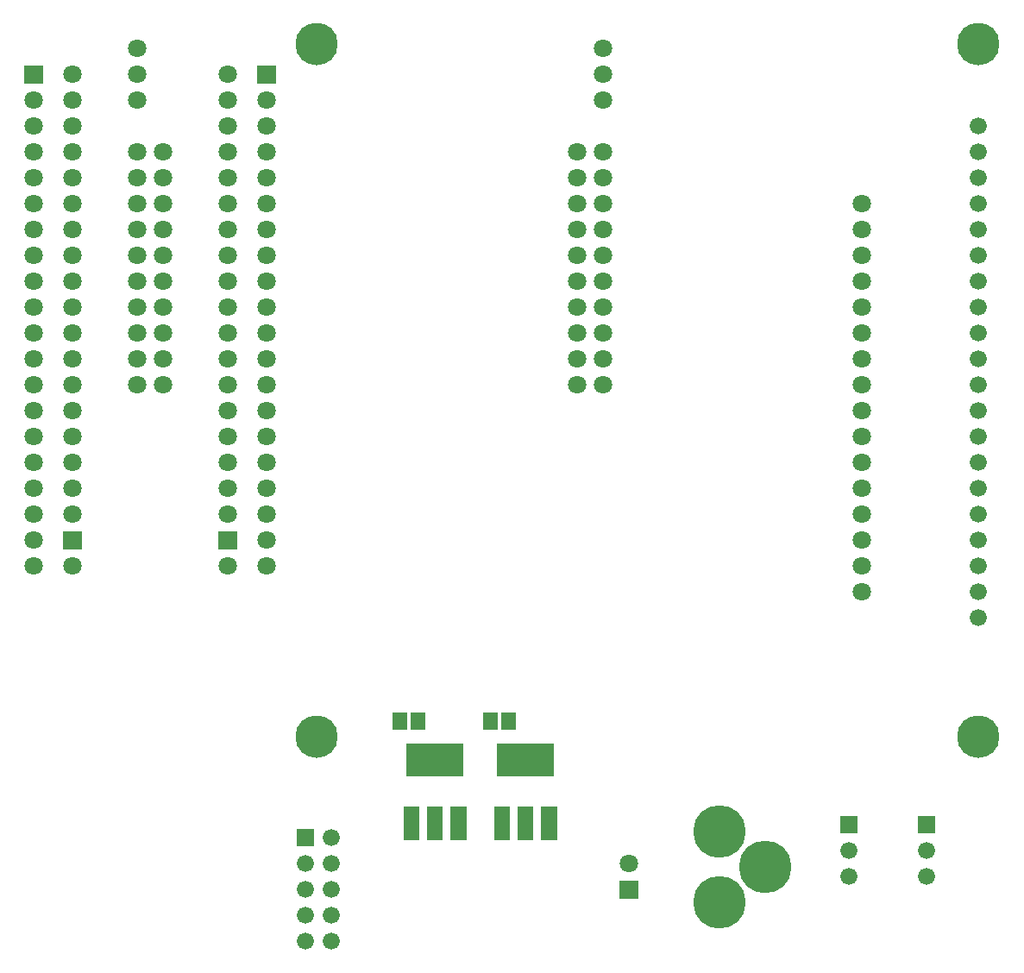
<source format=gbr>
G04 start of page 5 for group 2 layer_idx 0 *
G04 Title: (unknown), top mask *
G04 Creator: pcb-rnd 1.2.1 *
G04 CreationDate: Wed Mar 15 21:37:42 2017 UTC *
G04 For:  *
G04 Format: Gerber/RS-274X *
G04 PCB-Dimensions: 390000 390000 *
G04 PCB-Coordinate-Origin: lower left *
%MOIN*%
%FSLAX25Y25*%
%LNTOPMASK*%
%ADD68R,0.1280X0.1280*%
%ADD67R,0.0572X0.0572*%
%ADD66R,0.0620X0.0620*%
%ADD65C,0.2029*%
%ADD64C,0.1639*%
%ADD63C,0.0660*%
%ADD62C,0.0001*%
%ADD61C,0.0710*%
G54D61*X100000Y270000D03*
Y260000D03*
X85000D03*
X100000Y250000D03*
Y240000D03*
Y230000D03*
X85000Y220000D03*
Y230000D03*
Y240000D03*
Y250000D03*
X10000Y220000D03*
Y210000D03*
Y200000D03*
Y190000D03*
Y180000D03*
X25000D03*
Y190000D03*
X10000Y170000D03*
Y160000D03*
X25000D03*
G54D62*G36*
X21450Y173550D02*Y166450D01*
X28550D01*
Y173550D01*
X21450D01*
G37*
G54D61*X25000Y200000D03*
Y210000D03*
Y220000D03*
Y230000D03*
X50000D03*
X60000D03*
X100000Y220000D03*
Y210000D03*
Y200000D03*
Y190000D03*
Y180000D03*
X85000Y160000D03*
G54D62*G36*
X81450Y173550D02*Y166450D01*
X88550D01*
Y173550D01*
X81450D01*
G37*
G54D61*X85000Y180000D03*
Y190000D03*
Y200000D03*
Y210000D03*
X230000Y360000D03*
Y350000D03*
Y340000D03*
Y320000D03*
G54D63*X375000D03*
Y330000D03*
G54D64*X375138Y361752D03*
G54D63*X375000Y170000D03*
Y180000D03*
Y190000D03*
Y200000D03*
Y210000D03*
Y220000D03*
Y270000D03*
Y280000D03*
Y290000D03*
Y300000D03*
Y310000D03*
Y230000D03*
Y240000D03*
Y250000D03*
Y260000D03*
G54D61*X100000Y320000D03*
Y310000D03*
Y300000D03*
Y290000D03*
G54D62*G36*
X96450Y353550D02*Y346450D01*
X103550D01*
Y353550D01*
X96450D01*
G37*
G54D61*X100000Y340000D03*
Y330000D03*
Y280000D03*
X85000Y270000D03*
Y280000D03*
Y290000D03*
Y300000D03*
Y310000D03*
Y320000D03*
Y330000D03*
Y340000D03*
Y350000D03*
X50000Y360000D03*
Y350000D03*
Y340000D03*
G54D64*X119232Y361752D03*
G54D61*X50000Y310000D03*
Y300000D03*
Y290000D03*
Y280000D03*
Y270000D03*
Y260000D03*
Y250000D03*
Y240000D03*
Y320000D03*
X60000D03*
Y310000D03*
Y300000D03*
Y290000D03*
Y280000D03*
Y270000D03*
Y260000D03*
Y250000D03*
Y240000D03*
G54D62*G36*
X6450Y353550D02*Y346450D01*
X13550D01*
Y353550D01*
X6450D01*
G37*
G54D61*X10000Y340000D03*
Y330000D03*
Y320000D03*
Y310000D03*
Y300000D03*
Y290000D03*
Y280000D03*
Y270000D03*
Y260000D03*
Y250000D03*
Y240000D03*
Y230000D03*
X25000Y240000D03*
Y250000D03*
Y260000D03*
Y270000D03*
Y280000D03*
Y290000D03*
Y300000D03*
Y310000D03*
Y320000D03*
Y330000D03*
Y340000D03*
Y350000D03*
X330000Y280000D03*
Y270000D03*
Y260000D03*
Y250000D03*
Y290000D03*
Y300000D03*
X220000Y320000D03*
Y310000D03*
Y300000D03*
Y290000D03*
Y280000D03*
Y270000D03*
Y260000D03*
Y250000D03*
Y240000D03*
Y230000D03*
X230000Y310000D03*
Y300000D03*
Y290000D03*
Y280000D03*
Y270000D03*
Y260000D03*
Y250000D03*
Y240000D03*
Y230000D03*
X100000Y170000D03*
Y160000D03*
G54D62*G36*
X111700Y58300D02*Y51700D01*
X118300D01*
Y58300D01*
X111700D01*
G37*
G54D63*X115000Y45000D03*
Y35000D03*
X125000D03*
G54D62*G36*
X236450Y38550D02*Y31450D01*
X243550D01*
Y38550D01*
X236450D01*
G37*
G54D61*X240000Y45000D03*
G54D63*X115000Y25000D03*
X125000D03*
X115000Y15000D03*
X125000D03*
Y55000D03*
Y45000D03*
G54D64*X119232Y94035D03*
G54D63*X325000Y50000D03*
X355000D03*
X325000Y40000D03*
X355000D03*
G54D65*X275000Y57559D03*
Y30000D03*
X292717Y43780D03*
G54D62*G36*
X321700Y63300D02*Y56700D01*
X328300D01*
Y63300D01*
X321700D01*
G37*
G36*
X351700D02*Y56700D01*
X358300D01*
Y63300D01*
X351700D01*
G37*
G54D63*X375000Y150000D03*
Y160000D03*
G54D64*X375138Y94035D03*
G54D63*X375000Y140000D03*
G54D61*X330000Y240000D03*
Y230000D03*
Y220000D03*
Y210000D03*
Y200000D03*
Y190000D03*
Y180000D03*
Y170000D03*
Y160000D03*
Y150000D03*
G54D66*X156000Y63900D02*Y57300D01*
X165000Y63900D02*Y57300D01*
X174100Y63900D02*Y57300D01*
G54D67*X186457Y100393D02*Y99607D01*
X193543Y100393D02*Y99607D01*
X151457Y100393D02*Y99607D01*
X158543Y100393D02*Y99607D01*
G54D68*X160500Y85000D02*X169500D01*
X195500D02*X204500D01*
G54D66*X191000Y63900D02*Y57300D01*
X200000Y63900D02*Y57300D01*
X209100Y63900D02*Y57300D01*
M02*

</source>
